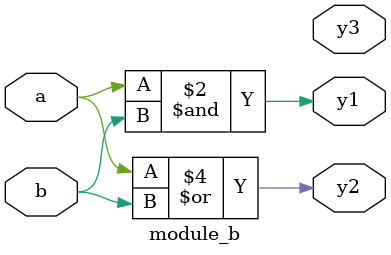
<source format=sv>
module module_b(input logic a,b, output logic y1, y2, y3);

always_comb
begin
y1 = a & b;
end

// Complete for OR and XOR gates
 always_comb begin
y2 = a | b;
end


endmodule
</source>
